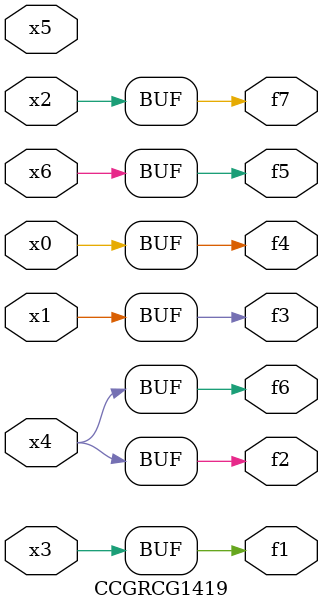
<source format=v>
module CCGRCG1419(
	input x0, x1, x2, x3, x4, x5, x6,
	output f1, f2, f3, f4, f5, f6, f7
);
	assign f1 = x3;
	assign f2 = x4;
	assign f3 = x1;
	assign f4 = x0;
	assign f5 = x6;
	assign f6 = x4;
	assign f7 = x2;
endmodule

</source>
